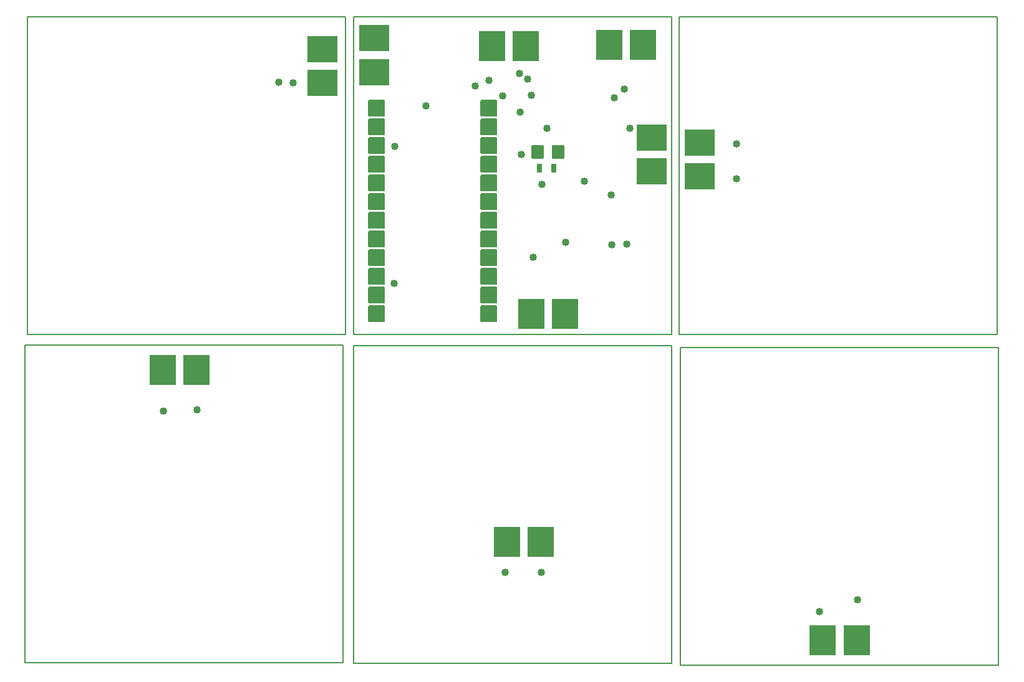
<source format=gbr>
G04 PROTEUS GERBER X2 FILE*
%TF.GenerationSoftware,Labcenter,Proteus,8.9-SP0-Build27865*%
%TF.CreationDate,2020-02-24T18:21:19+00:00*%
%TF.FileFunction,Soldermask,Top*%
%TF.FilePolarity,Negative*%
%TF.Part,Single*%
%TF.SameCoordinates,{bab694e6-e1a7-4f03-bc32-dd160c38e7b3}*%
%FSLAX45Y45*%
%MOMM*%
G01*
%TA.AperFunction,Material*%
%ADD22C,1.016000*%
%AMPPAD015*
4,1,36,
-1.143000,1.016000,
-1.143000,-1.016000,
-1.140470,-1.041970,
-1.133200,-1.065980,
-1.121650,-1.087580,
-1.106290,-1.106290,
-1.087570,-1.121650,
-1.065980,-1.133200,
-1.041970,-1.140470,
-1.016000,-1.143000,
1.016000,-1.143000,
1.041970,-1.140470,
1.065980,-1.133200,
1.087570,-1.121650,
1.106290,-1.106290,
1.121650,-1.087580,
1.133200,-1.065980,
1.140470,-1.041970,
1.143000,-1.016000,
1.143000,1.016000,
1.140470,1.041970,
1.133200,1.065980,
1.121650,1.087580,
1.106290,1.106290,
1.087570,1.121650,
1.065980,1.133200,
1.041970,1.140470,
1.016000,1.143000,
-1.016000,1.143000,
-1.041970,1.140470,
-1.065980,1.133200,
-1.087570,1.121650,
-1.106290,1.106290,
-1.121650,1.087580,
-1.133200,1.065980,
-1.140470,1.041970,
-1.143000,1.016000,
0*%
%TA.AperFunction,Material*%
%ADD23PPAD015*%
%AMPPAD016*
4,1,4,
-1.750000,-2.050000,
1.750000,-2.050000,
1.750000,2.050000,
-1.750000,2.050000,
-1.750000,-2.050000,
0*%
%TA.AperFunction,Material*%
%ADD24PPAD016*%
%AMPPAD017*
4,1,4,
-1.750000,2.050000,
1.750000,2.050000,
1.750000,-2.050000,
-1.750000,-2.050000,
-1.750000,2.050000,
0*%
%ADD25PPAD017*%
%AMPPAD018*
4,1,4,
-2.050000,-1.750000,
-2.050000,1.750000,
2.050000,1.750000,
2.050000,-1.750000,
-2.050000,-1.750000,
0*%
%ADD26PPAD018*%
%AMPPAD019*
4,1,48,
-0.700000,0.902400,
0.700000,0.902400,
0.715840,0.901630,
0.731160,0.899370,
0.745900,0.895680,
0.759980,0.890640,
0.785890,0.876780,
0.808340,0.858340,
0.826780,0.835890,
0.840640,0.809980,
0.849370,0.781160,
0.851630,0.765840,
0.852400,0.750000,
0.852400,-0.750000,
0.851630,-0.765840,
0.849370,-0.781160,
0.840640,-0.809980,
0.826780,-0.835890,
0.808340,-0.858340,
0.785890,-0.876780,
0.759980,-0.890640,
0.745900,-0.895680,
0.731160,-0.899370,
0.715840,-0.901630,
0.700000,-0.902400,
-0.700000,-0.902400,
-0.715840,-0.901630,
-0.731160,-0.899370,
-0.745900,-0.895680,
-0.759980,-0.890640,
-0.785890,-0.876780,
-0.808340,-0.858340,
-0.826780,-0.835890,
-0.840640,-0.809980,
-0.849370,-0.781160,
-0.851630,-0.765840,
-0.852400,-0.750000,
-0.852400,0.750000,
-0.851630,0.765840,
-0.849370,0.781160,
-0.840640,0.809980,
-0.826780,0.835890,
-0.808340,0.858340,
-0.785890,0.876780,
-0.759980,0.890640,
-0.745900,0.895680,
-0.731160,0.899370,
-0.715840,0.901630,
-0.700000,0.902400,
0*%
%ADD27PPAD019*%
%AMPPAD020*
4,1,4,
0.350000,-0.575000,
-0.350000,-0.575000,
-0.350000,0.575000,
0.350000,0.575000,
0.350000,-0.575000,
0*%
%ADD28PPAD020*%
%TA.AperFunction,Profile*%
%ADD18C,0.203200*%
%TD.AperFunction*%
D22*
X+6600000Y-2940000D03*
X-1059480Y+4087222D03*
X-1257917Y+4091631D03*
X-2365611Y-361213D03*
X-2821507Y-375169D03*
X+2311279Y-2566624D03*
X+4958185Y+3255279D03*
X+4960000Y+2780000D03*
X+6086886Y-3106277D03*
X+1410000Y+4040000D03*
X+3430000Y+4000000D03*
X+2037823Y+3112689D03*
X+3297658Y+3881365D03*
X+2013203Y+4211772D03*
X+2174276Y+3918536D03*
X+2124715Y+4133300D03*
X+1596065Y+4116198D03*
X+741139Y+3773983D03*
X+315740Y+3216422D03*
X+311610Y+1357887D03*
X+2199056Y+1713074D03*
X+2636845Y+1919578D03*
X+2314699Y+2700162D03*
X+1781918Y+3902016D03*
X+3252227Y+2563869D03*
X+2888780Y+2745593D03*
X+2380000Y+3470000D03*
X+3508292Y+3464227D03*
X+3470000Y+1890000D03*
X+3268747Y+1882407D03*
X+2017333Y+3683121D03*
X+1817508Y-2572901D03*
D23*
X+1600000Y+3740000D03*
X+1600000Y+3486000D03*
X+1600000Y+3232000D03*
X+1600000Y+2978000D03*
X+1600000Y+2724000D03*
X+1600000Y+2470000D03*
X+1600000Y+2216000D03*
X+1600000Y+1962000D03*
X+1600000Y+1708000D03*
X+1600000Y+1454000D03*
X+1600000Y+1200000D03*
X+1600000Y+946000D03*
X+76000Y+3740000D03*
X+76000Y+3486000D03*
X+76000Y+3232000D03*
X+76000Y+2978000D03*
X+76000Y+2724000D03*
X+76000Y+2470000D03*
X+76000Y+2216000D03*
X+76000Y+1962000D03*
X+76000Y+1708000D03*
X+76000Y+1454000D03*
X+76000Y+1200000D03*
X+76000Y+946000D03*
D24*
X+6130000Y-3490000D03*
X+6590000Y-3490000D03*
D25*
X+2300000Y-2160000D03*
X+1840000Y-2160000D03*
X-2370000Y+180000D03*
X-2830000Y+180000D03*
X+3230000Y+4600000D03*
X+3690000Y+4600000D03*
X+2630000Y+940000D03*
X+2170000Y+940000D03*
D26*
X+4460000Y+3270000D03*
X+4460000Y+2810000D03*
X+3810000Y+2880000D03*
X+3810000Y+3340000D03*
X-660000Y+4540000D03*
X-660000Y+4080000D03*
X+40000Y+4690000D03*
X+40000Y+4230000D03*
D27*
X+2254967Y+3140000D03*
X+2534967Y+3140000D03*
D28*
X+2474967Y+2920000D03*
X+2284967Y+2920000D03*
D24*
X+1640000Y+4580000D03*
X+2100000Y+4580000D03*
D18*
X-240000Y+660000D02*
X+4078000Y+660000D01*
X+4078000Y+4978000D01*
X-240000Y+4978000D01*
X-240000Y+660000D01*
X+4180000Y+660000D02*
X+8498000Y+660000D01*
X+8498000Y+4978000D01*
X+4180000Y+4978000D01*
X+4180000Y+660000D01*
X+4200000Y-3830000D02*
X+8518000Y-3830000D01*
X+8518000Y+488000D01*
X+4200000Y+488000D01*
X+4200000Y-3830000D01*
X-4670000Y+660000D02*
X-352000Y+660000D01*
X-352000Y+4978000D01*
X-4670000Y+4978000D01*
X-4670000Y+660000D01*
X-4700000Y-3800000D02*
X-382000Y-3800000D01*
X-382000Y+518000D01*
X-4700000Y+518000D01*
X-4700000Y-3800000D01*
X-240000Y-3810000D02*
X+4078000Y-3810000D01*
X+4078000Y+508000D01*
X-240000Y+508000D01*
X-240000Y-3810000D01*
M02*

</source>
